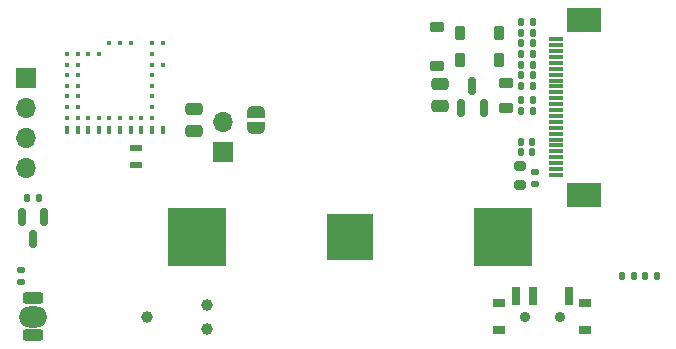
<source format=gbr>
%TF.GenerationSoftware,KiCad,Pcbnew,8.99.0-unknown-7a4b3602b9~181~ubuntu24.04.1*%
%TF.CreationDate,2024-12-15T13:41:47-05:00*%
%TF.ProjectId,nRF54L_ePaper,6e524635-344c-45f6-9550-617065722e6b,rev?*%
%TF.SameCoordinates,Original*%
%TF.FileFunction,Soldermask,Bot*%
%TF.FilePolarity,Negative*%
%FSLAX46Y46*%
G04 Gerber Fmt 4.6, Leading zero omitted, Abs format (unit mm)*
G04 Created by KiCad (PCBNEW 8.99.0-unknown-7a4b3602b9~181~ubuntu24.04.1) date 2024-12-15 13:41:47*
%MOMM*%
%LPD*%
G01*
G04 APERTURE LIST*
G04 Aperture macros list*
%AMRoundRect*
0 Rectangle with rounded corners*
0 $1 Rounding radius*
0 $2 $3 $4 $5 $6 $7 $8 $9 X,Y pos of 4 corners*
0 Add a 4 corners polygon primitive as box body*
4,1,4,$2,$3,$4,$5,$6,$7,$8,$9,$2,$3,0*
0 Add four circle primitives for the rounded corners*
1,1,$1+$1,$2,$3*
1,1,$1+$1,$4,$5*
1,1,$1+$1,$6,$7*
1,1,$1+$1,$8,$9*
0 Add four rect primitives between the rounded corners*
20,1,$1+$1,$2,$3,$4,$5,0*
20,1,$1+$1,$4,$5,$6,$7,0*
20,1,$1+$1,$6,$7,$8,$9,0*
20,1,$1+$1,$8,$9,$2,$3,0*%
%AMFreePoly0*
4,1,23,0.500000,-0.750000,0.000000,-0.750000,0.000000,-0.745722,-0.065263,-0.745722,-0.191342,-0.711940,-0.304381,-0.646677,-0.396677,-0.554381,-0.461940,-0.441342,-0.495722,-0.315263,-0.495722,-0.250000,-0.500000,-0.250000,-0.500000,0.250000,-0.495722,0.250000,-0.495722,0.315263,-0.461940,0.441342,-0.396677,0.554381,-0.304381,0.646677,-0.191342,0.711940,-0.065263,0.745722,0.000000,0.745722,
0.000000,0.750000,0.500000,0.750000,0.500000,-0.750000,0.500000,-0.750000,$1*%
%AMFreePoly1*
4,1,23,0.000000,0.745722,0.065263,0.745722,0.191342,0.711940,0.304381,0.646677,0.396677,0.554381,0.461940,0.441342,0.495722,0.315263,0.495722,0.250000,0.500000,0.250000,0.500000,-0.250000,0.495722,-0.250000,0.495722,-0.315263,0.461940,-0.441342,0.396677,-0.554381,0.304381,-0.646677,0.191342,-0.711940,0.065263,-0.745722,0.000000,-0.745722,0.000000,-0.750000,-0.500000,-0.750000,
-0.500000,0.750000,0.000000,0.750000,0.000000,0.745722,0.000000,0.745722,$1*%
G04 Aperture macros list end*
%ADD10R,1.700000X1.700000*%
%ADD11O,1.700000X1.700000*%
%ADD12C,0.990600*%
%ADD13RoundRect,0.135000X-0.135000X-0.185000X0.135000X-0.185000X0.135000X0.185000X-0.135000X0.185000X0*%
%ADD14RoundRect,0.135000X-0.185000X0.135000X-0.185000X-0.135000X0.185000X-0.135000X0.185000X0.135000X0*%
%ADD15RoundRect,0.140000X-0.140000X-0.170000X0.140000X-0.170000X0.140000X0.170000X-0.140000X0.170000X0*%
%ADD16RoundRect,0.225000X0.375000X-0.225000X0.375000X0.225000X-0.375000X0.225000X-0.375000X-0.225000X0*%
%ADD17R,1.300000X0.300000*%
%ADD18R,3.000000X2.000000*%
%ADD19FreePoly0,90.000000*%
%ADD20FreePoly1,90.000000*%
%ADD21RoundRect,0.225000X0.225000X0.375000X-0.225000X0.375000X-0.225000X-0.375000X0.225000X-0.375000X0*%
%ADD22RoundRect,0.200000X-0.275000X0.200000X-0.275000X-0.200000X0.275000X-0.200000X0.275000X0.200000X0*%
%ADD23RoundRect,0.135000X0.135000X0.185000X-0.135000X0.185000X-0.135000X-0.185000X0.135000X-0.185000X0*%
%ADD24R,5.000000X5.000000*%
%ADD25R,4.000000X4.000000*%
%ADD26O,2.400000X1.800000*%
%ADD27RoundRect,0.190000X-0.685000X0.285000X-0.685000X-0.285000X0.685000X-0.285000X0.685000X0.285000X0*%
%ADD28RoundRect,0.150000X-0.150000X0.587500X-0.150000X-0.587500X0.150000X-0.587500X0.150000X0.587500X0*%
%ADD29R,1.000000X0.800000*%
%ADD30C,0.900000*%
%ADD31R,0.700000X1.500000*%
%ADD32RoundRect,0.250000X0.475000X-0.250000X0.475000X0.250000X-0.475000X0.250000X-0.475000X-0.250000X0*%
%ADD33R,1.100000X0.600000*%
%ADD34RoundRect,0.150000X0.150000X-0.587500X0.150000X0.587500X-0.150000X0.587500X-0.150000X-0.587500X0*%
%ADD35C,0.400000*%
%ADD36R,0.400000X0.500000*%
%ADD37RoundRect,0.218750X-0.381250X0.218750X-0.381250X-0.218750X0.381250X-0.218750X0.381250X0.218750X0*%
G04 APERTURE END LIST*
D10*
%TO.C,JP2*%
X118300000Y-56775000D03*
D11*
X118300000Y-54235000D03*
%TD*%
D10*
%TO.C,J1*%
X101600000Y-50500000D03*
D11*
X101600000Y-53040000D03*
X101600000Y-55580000D03*
X101600000Y-58120000D03*
%TD*%
D12*
%TO.C,J4*%
X111797500Y-70750000D03*
X116877500Y-69734000D03*
X116877500Y-71766000D03*
%TD*%
D13*
%TO.C,R7*%
X101690000Y-60700000D03*
X102710000Y-60700000D03*
%TD*%
%TO.C,R9*%
X152080000Y-67300000D03*
X153100000Y-67300000D03*
%TD*%
D14*
%TO.C,R8*%
X101200000Y-66790000D03*
X101200000Y-67810000D03*
%TD*%
D15*
%TO.C,C23*%
X143495000Y-55925000D03*
X144455000Y-55925000D03*
%TD*%
D16*
%TO.C,D1*%
X136375000Y-49525000D03*
X136375000Y-46225000D03*
%TD*%
D17*
%TO.C,J2*%
X146450000Y-47250000D03*
X146450000Y-47750000D03*
X146450000Y-48250000D03*
X146450000Y-48750000D03*
X146450000Y-49250000D03*
X146450000Y-49750000D03*
X146450000Y-50250000D03*
X146450000Y-50750000D03*
X146450000Y-51250000D03*
X146450000Y-51750000D03*
X146450000Y-52250000D03*
X146450000Y-52750000D03*
X146450000Y-53250000D03*
X146450000Y-53750000D03*
X146450000Y-54250000D03*
X146450000Y-54750000D03*
X146450000Y-55250000D03*
X146450000Y-55750000D03*
X146450000Y-56250000D03*
X146450000Y-56750000D03*
X146450000Y-57250000D03*
X146450000Y-57750000D03*
X146450000Y-58250000D03*
X146450000Y-58750000D03*
D18*
X148800000Y-45600000D03*
X148800000Y-60400000D03*
%TD*%
D15*
%TO.C,C14*%
X143520000Y-46700000D03*
X144480000Y-46700000D03*
%TD*%
D19*
%TO.C,JP1*%
X121100000Y-54750000D03*
D20*
X121100000Y-53450000D03*
%TD*%
D21*
%TO.C,D3*%
X141600000Y-46700000D03*
X138300000Y-46700000D03*
%TD*%
D15*
%TO.C,C24*%
X143495000Y-56800000D03*
X144455000Y-56800000D03*
%TD*%
%TO.C,C20*%
X143520000Y-51200000D03*
X144480000Y-51200000D03*
%TD*%
D14*
%TO.C,R1*%
X144700000Y-58490000D03*
X144700000Y-59510000D03*
%TD*%
D15*
%TO.C,C15*%
X143520000Y-47600000D03*
X144480000Y-47600000D03*
%TD*%
D22*
%TO.C,R3*%
X143400000Y-57975000D03*
X143400000Y-59625000D03*
%TD*%
D15*
%TO.C,C22*%
X143520000Y-52400000D03*
X144480000Y-52400000D03*
%TD*%
%TO.C,C19*%
X143520000Y-50300000D03*
X144480000Y-50300000D03*
%TD*%
D23*
%TO.C,R10*%
X155000000Y-67300000D03*
X153980000Y-67300000D03*
%TD*%
D24*
%TO.C,BT1*%
X116050000Y-64000000D03*
X141950000Y-64000000D03*
D25*
X129000000Y-64000000D03*
%TD*%
D26*
%TO.C,D4*%
X102200000Y-70750000D03*
D27*
X102200000Y-69200000D03*
X102200000Y-72300000D03*
%TD*%
D28*
%TO.C,Q2*%
X101250000Y-62262500D03*
X103150000Y-62262500D03*
X102200000Y-64137500D03*
%TD*%
D15*
%TO.C,C18*%
X143520000Y-49400000D03*
X144480000Y-49400000D03*
%TD*%
D21*
%TO.C,D2*%
X141605000Y-49000000D03*
X138305000Y-49000000D03*
%TD*%
D15*
%TO.C,C17*%
X143520000Y-48500000D03*
X144480000Y-48500000D03*
%TD*%
D29*
%TO.C,SW5*%
X148950000Y-71830000D03*
X148950000Y-69620000D03*
D30*
X146800000Y-70730000D03*
X143800000Y-70730000D03*
D29*
X141650000Y-71830000D03*
X141650000Y-69620000D03*
D31*
X147550000Y-68970000D03*
X144550000Y-68970000D03*
X143050000Y-68970000D03*
%TD*%
D32*
%TO.C,C1*%
X115800000Y-55050000D03*
X115800000Y-53150000D03*
%TD*%
D15*
%TO.C,C21*%
X143520000Y-53300000D03*
X144480000Y-53300000D03*
%TD*%
D33*
%TO.C,Y2*%
X110900000Y-57875000D03*
X110900000Y-56475000D03*
%TD*%
D15*
%TO.C,C13*%
X143520000Y-45800000D03*
X144480000Y-45800000D03*
%TD*%
D32*
%TO.C,C2*%
X136630000Y-52940000D03*
X136630000Y-51040000D03*
%TD*%
D34*
%TO.C,Q1*%
X140337500Y-53087500D03*
X138437500Y-53087500D03*
X139387500Y-51212500D03*
%TD*%
D35*
%TO.C,U1*%
X113150000Y-47600000D03*
X113150000Y-49400000D03*
D36*
X113150000Y-55050000D03*
D35*
X113150000Y-54800000D03*
X112250000Y-47600000D03*
X112250000Y-48500000D03*
X112250000Y-49400000D03*
X112250000Y-50300000D03*
X112250000Y-51200000D03*
X112250000Y-52100000D03*
X112250000Y-53000000D03*
X112250000Y-53900000D03*
D36*
X112250000Y-55050000D03*
D35*
X112250000Y-54800000D03*
X111350000Y-53900000D03*
D36*
X111350000Y-55050000D03*
D35*
X111350000Y-54800000D03*
X110450000Y-47600000D03*
X110450000Y-53900000D03*
D36*
X110450000Y-55050000D03*
D35*
X110450000Y-54800000D03*
X109550000Y-47600000D03*
X109550000Y-53900000D03*
D36*
X109550000Y-55050000D03*
D35*
X109550000Y-54800000D03*
X108650000Y-47600000D03*
X108650000Y-53900000D03*
D36*
X108650000Y-55050000D03*
D35*
X108650000Y-54800000D03*
X107750000Y-48500000D03*
X107750000Y-53900000D03*
D36*
X107750000Y-55050000D03*
D35*
X107750000Y-54800000D03*
X106850000Y-48500000D03*
X106850000Y-53900000D03*
D36*
X106850000Y-55050000D03*
D35*
X106850000Y-54800000D03*
X105950000Y-48500000D03*
X105950000Y-49400000D03*
X105950000Y-50300000D03*
X105950000Y-51200000D03*
X105950000Y-52100000D03*
X105950000Y-53000000D03*
X105950000Y-53900000D03*
D36*
X105950000Y-55050000D03*
D35*
X105950000Y-54800000D03*
X105050000Y-48500000D03*
X105050000Y-49400000D03*
X105050000Y-50300000D03*
X105050000Y-51200000D03*
X105050000Y-52100000D03*
X105050000Y-53000000D03*
X105050000Y-53900000D03*
D36*
X105050000Y-55050000D03*
D35*
X105050000Y-54800000D03*
%TD*%
D37*
%TO.C,L4*%
X142200000Y-50937500D03*
X142200000Y-53062500D03*
%TD*%
M02*

</source>
